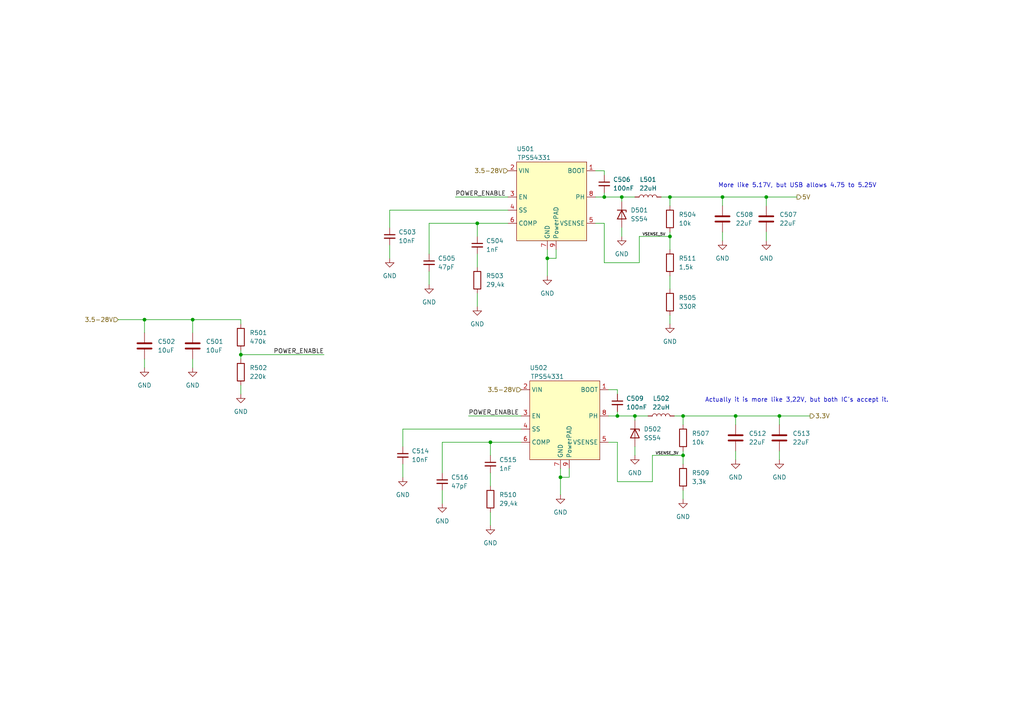
<source format=kicad_sch>
(kicad_sch (version 20230121) (generator eeschema)
  (paper "A4")
  (title_block (title "Switchable USB Hub") (date "${date}") (rev "${version}") (company "Fabian Pflug"))
  (lib_symbols
    (symbol "Device:C" (pin_numbers hide) (pin_names (offset 0.254))
      (property "Reference" "C" (at 0.635 2.54 0))
      (property "Value" "C" (at 0.635 -2.54 0))
      (symbol "C_0_1"
        (polyline (pts (xy -2.032 -0.762) (xy 2.032 -0.762)) (stroke (width 0.508)))
        (polyline (pts (xy -2.032 0.762) (xy 2.032 0.762)) (stroke (width 0.508)))
      )
      (symbol "C_1_1"
        (pin passive line (at 0 3.81 270) (length 2.794) (name "~") (number "1"))
        (pin passive line (at 0 -3.81 90) (length 2.794) (name "~") (number "2"))
      )
    )
    (symbol "Device:C_Small" (pin_numbers hide) (pin_names (offset 0.254) hide)
      (property "Reference" "C" (at 0.254 1.778 0))
      (property "Value" "C_Small" (at 0.254 -2.032 0))
      (symbol "C_Small_0_1"
        (polyline (pts (xy -1.524 -0.508) (xy 1.524 -0.508)) (stroke (width 0.3302)))
        (polyline (pts (xy -1.524 0.508) (xy 1.524 0.508)) (stroke (width 0.3048)))
      )
      (symbol "C_Small_1_1"
        (pin passive line (at 0 2.54 270) (length 2.032) (name "~") (number "1"))
        (pin passive line (at 0 -2.54 90) (length 2.032) (name "~") (number "2"))
      )
    )
    (symbol "Device:D_Zener" (pin_numbers hide) (pin_names (offset 1.016) hide)
      (property "Reference" "D" (at 0 2.54 0))
      (property "Value" "D_Zener" (at 0 -2.54 0))
      (symbol "D_Zener_0_1"
        (polyline (pts (xy 1.27 0) (xy -1.27 0)))
        (polyline (pts (xy -1.27 -1.27) (xy -1.27 1.27) (xy -0.762 1.27)) (stroke (width 0.254)))
        (polyline (pts (xy 1.27 -1.27) (xy 1.27 1.27) (xy -1.27 0) (xy 1.27 -1.27)) (stroke (width 0.254)))
      )
      (symbol "D_Zener_1_1"
        (pin passive line (at -3.81 0 0) (length 2.54) (name "K") (number "1"))
        (pin passive line (at 3.81 0 180) (length 2.54) (name "A") (number "2"))
      )
    )
    (symbol "Device:L" (pin_numbers hide) (pin_names (offset 1.016) hide)
      (property "Reference" "L" (at -1.27 0 90))
      (property "Value" "L" (at 1.905 0 90))
      (symbol "L_0_1"
        (arc (start 0 -2.54) (mid 0.6323 -1.905) (end 0 -1.27))
        (arc (start 0 -1.27) (mid 0.6323 -0.635) (end 0 0))
        (arc (start 0 0) (mid 0.6323 0.635) (end 0 1.27))
        (arc (start 0 1.27) (mid 0.6323 1.905) (end 0 2.54))
      )
      (symbol "L_1_1"
        (pin passive line (at 0 3.81 270) (length 1.27) (name "1") (number "1"))
        (pin passive line (at 0 -3.81 90) (length 1.27) (name "2") (number "2"))
      )
    )
    (symbol "Device:R" (pin_numbers hide) (pin_names (offset 0))
      (property "Reference" "R" (at 2.032 0 90))
      (property "Value" "R" (at 0 0 90))
      (symbol "R_0_1"
        (rectangle (start -1.016 -2.54) (end 1.016 2.54) (stroke (width 0.254)))
      )
      (symbol "R_1_1"
        (pin passive line (at 0 3.81 270) (length 1.27) (name "~") (number "1"))
        (pin passive line (at 0 -3.81 90) (length 1.27) (name "~") (number "2"))
      )
    )
    (symbol "fabian_power:TPS54331DR"
      (property "Reference" "U" (at -10.16 15.24 0))
      (property "Value" "TPS54331" (at -10.16 12.7 0))
      (symbol "TPS54331DR_1_1"
        (rectangle (start -10.16 11.43) (end 10.16 -11.43) (fill (type background)))
        (pin output line (at 12.7 8.89 180) (length 2.54) (name "BOOT") (number "1"))
        (pin power_in line (at -12.7 8.89 0) (length 2.54) (name "VIN") (number "2"))
        (pin input line (at -12.7 1.27 0) (length 2.54) (name "EN") (number "3"))
        (pin input line (at -12.7 -2.54 0) (length 2.54) (name "SS") (number "4"))
        (pin input line (at 12.7 -6.35 180) (length 2.54) (name "VSENSE") (number "5"))
        (pin output line (at -12.7 -6.35 0) (length 2.54) (name "COMP") (number "6"))
        (pin power_in line (at -1.27 -13.97 90) (length 2.54) (name "GND") (number "7"))
        (pin power_out line (at 12.7 1.27 180) (length 2.54) (name "PH") (number "8"))
        (pin power_in line (at 1.27 -13.97 90) (length 2.54) (name "PowerPAD") (number "9"))
      )
    )
    (symbol "power:GND" (power) (pin_names (offset 0))
      (property "Value" "GND" (at 0 -3.81 0))
      (symbol "GND_0_1"
        (polyline (pts (xy 0 0) (xy 0 -1.27) (xy 1.27 -1.27) (xy 0 -2.54) (xy -1.27 -1.27) (xy 0 -1.27)))
      )
      (symbol "GND_1_1"
        (pin power_in line (at 0 0 270) (length 0) hide (name "GND") (number "1"))
      )
    )
  )
  (junction (at 198.12 120.65))
  (junction (at 222.25 57.15))
  (junction (at 158.75 74.93))
  (junction (at 55.88 92.71))
  (junction (at 162.56 138.43))
  (junction (at 179.07 120.65))
  (junction (at 194.31 68.58))
  (junction (at 194.31 57.15))
  (junction (at 69.85 102.87))
  (junction (at 184.15 120.65))
  (junction (at 41.91 92.71))
  (junction (at 180.34 57.15))
  (junction (at 213.36 120.65))
  (junction (at 142.24 128.27))
  (junction (at 138.43 64.77))
  (junction (at 198.12 132.08))
  (junction (at 226.06 120.65))
  (junction (at 209.55 57.15))
  (junction (at 175.26 57.15))
  (wire (pts (xy 172.72 57.15) (xy 175.26 57.15)))
  (wire (pts (xy 34.29 92.71) (xy 41.91 92.71)))
  (wire (pts (xy 184.15 121.92) (xy 184.15 120.65)))
  (wire (pts (xy 209.55 57.15) (xy 209.55 59.69)))
  (wire (pts (xy 138.43 85.09) (xy 138.43 88.9)))
  (wire (pts (xy 142.24 148.59) (xy 142.24 152.4)))
  (wire (pts (xy 165.1 138.43) (xy 162.56 138.43)))
  (wire (pts (xy 179.07 114.3) (xy 179.07 113.03)))
  (wire (pts (xy 142.24 137.16) (xy 142.24 140.97)))
  (wire (pts (xy 124.46 78.74) (xy 124.46 82.55)))
  (wire (pts (xy 138.43 64.77) (xy 138.43 68.58)))
  (wire (pts (xy 69.85 111.76) (xy 69.85 114.3)))
  (wire (pts (xy 198.12 120.65) (xy 213.36 120.65)))
  (wire (pts (xy 135.89 120.65) (xy 151.13 120.65)))
  (wire (pts (xy 179.07 139.7) (xy 189.23 139.7)))
  (wire (pts (xy 209.55 69.85) (xy 209.55 67.31)))
  (wire (pts (xy 209.55 57.15) (xy 222.25 57.15)))
  (wire (pts (xy 41.91 96.52) (xy 41.91 92.71)))
  (wire (pts (xy 189.23 139.7) (xy 189.23 132.08)))
  (wire (pts (xy 185.42 68.58) (xy 194.31 68.58)))
  (wire (pts (xy 180.34 66.04) (xy 180.34 68.58)))
  (wire (pts (xy 142.24 128.27) (xy 142.24 132.08)))
  (wire (pts (xy 113.03 60.96) (xy 113.03 66.04)))
  (wire (pts (xy 128.27 142.24) (xy 128.27 146.05)))
  (wire (pts (xy 175.26 50.8) (xy 175.26 49.53)))
  (wire (pts (xy 161.29 72.39) (xy 161.29 74.93)))
  (wire (pts (xy 194.31 80.01) (xy 194.31 83.82)))
  (wire (pts (xy 179.07 120.65) (xy 184.15 120.65)))
  (wire (pts (xy 113.03 71.12) (xy 113.03 74.93)))
  (wire (pts (xy 184.15 129.54) (xy 184.15 132.08)))
  (wire (pts (xy 194.31 57.15) (xy 209.55 57.15)))
  (wire (pts (xy 158.75 72.39) (xy 158.75 74.93)))
  (wire (pts (xy 194.31 68.58) (xy 194.31 72.39)))
  (wire (pts (xy 138.43 73.66) (xy 138.43 77.47)))
  (wire (pts (xy 226.06 123.19) (xy 226.06 120.65)))
  (wire (pts (xy 161.29 74.93) (xy 158.75 74.93)))
  (wire (pts (xy 222.25 69.85) (xy 222.25 67.31)))
  (wire (pts (xy 213.36 120.65) (xy 226.06 120.65)))
  (wire (pts (xy 195.58 120.65) (xy 198.12 120.65)))
  (wire (pts (xy 198.12 132.08) (xy 198.12 130.81)))
  (wire (pts (xy 55.88 92.71) (xy 69.85 92.71)))
  (wire (pts (xy 55.88 104.14) (xy 55.88 106.68)))
  (wire (pts (xy 213.36 133.35) (xy 213.36 130.81)))
  (wire (pts (xy 222.25 57.15) (xy 231.14 57.15)))
  (wire (pts (xy 151.13 128.27) (xy 142.24 128.27)))
  (wire (pts (xy 147.32 64.77) (xy 138.43 64.77)))
  (wire (pts (xy 198.12 132.08) (xy 198.12 134.62)))
  (wire (pts (xy 69.85 102.87) (xy 93.98 102.87)))
  (wire (pts (xy 162.56 135.89) (xy 162.56 138.43)))
  (wire (pts (xy 213.36 120.65) (xy 213.36 123.19)))
  (wire (pts (xy 226.06 133.35) (xy 226.06 130.81)))
  (wire (pts (xy 116.84 124.46) (xy 116.84 129.54)))
  (wire (pts (xy 132.08 57.15) (xy 147.32 57.15)))
  (wire (pts (xy 175.26 76.2) (xy 185.42 76.2)))
  (wire (pts (xy 69.85 92.71) (xy 69.85 93.98)))
  (wire (pts (xy 179.07 128.27) (xy 179.07 139.7)))
  (wire (pts (xy 191.77 57.15) (xy 194.31 57.15)))
  (wire (pts (xy 180.34 58.42) (xy 180.34 57.15)))
  (wire (pts (xy 194.31 91.44) (xy 194.31 93.98)))
  (wire (pts (xy 222.25 59.69) (xy 222.25 57.15)))
  (wire (pts (xy 175.26 57.15) (xy 180.34 57.15)))
  (wire (pts (xy 158.75 74.93) (xy 158.75 80.01)))
  (wire (pts (xy 128.27 137.16) (xy 128.27 128.27)))
  (wire (pts (xy 165.1 135.89) (xy 165.1 138.43)))
  (wire (pts (xy 179.07 120.65) (xy 179.07 119.38)))
  (wire (pts (xy 198.12 142.24) (xy 198.12 144.78)))
  (wire (pts (xy 180.34 57.15) (xy 184.15 57.15)))
  (wire (pts (xy 41.91 92.71) (xy 55.88 92.71)))
  (wire (pts (xy 151.13 124.46) (xy 116.84 124.46)))
  (wire (pts (xy 175.26 57.15) (xy 175.26 55.88)))
  (wire (pts (xy 55.88 92.71) (xy 55.88 96.52)))
  (wire (pts (xy 198.12 120.65) (xy 198.12 123.19)))
  (wire (pts (xy 175.26 49.53) (xy 172.72 49.53)))
  (wire (pts (xy 179.07 113.03) (xy 176.53 113.03)))
  (wire (pts (xy 41.91 104.14) (xy 41.91 106.68)))
  (wire (pts (xy 185.42 76.2) (xy 185.42 68.58)))
  (wire (pts (xy 69.85 102.87) (xy 69.85 104.14)))
  (wire (pts (xy 175.26 64.77) (xy 175.26 76.2)))
  (wire (pts (xy 69.85 101.6) (xy 69.85 102.87)))
  (wire (pts (xy 176.53 120.65) (xy 179.07 120.65)))
  (wire (pts (xy 124.46 64.77) (xy 138.43 64.77)))
  (wire (pts (xy 124.46 73.66) (xy 124.46 64.77)))
  (wire (pts (xy 194.31 57.15) (xy 194.31 59.69)))
  (wire (pts (xy 128.27 128.27) (xy 142.24 128.27)))
  (wire (pts (xy 184.15 120.65) (xy 187.96 120.65)))
  (wire (pts (xy 116.84 134.62) (xy 116.84 138.43)))
  (wire (pts (xy 194.31 68.58) (xy 194.31 67.31)))
  (wire (pts (xy 162.56 138.43) (xy 162.56 143.51)))
  (wire (pts (xy 176.53 128.27) (xy 179.07 128.27)))
  (wire (pts (xy 226.06 120.65) (xy 234.95 120.65)))
  (wire (pts (xy 189.23 132.08) (xy 198.12 132.08)))
  (wire (pts (xy 172.72 64.77) (xy 175.26 64.77)))
  (wire (pts (xy 147.32 60.96) (xy 113.03 60.96)))
  (text "Actually it is more like 3,22V, but both IC's accept it." (at 204.47 116.84 0) (effects (font (size 1.27 1.27)) (justify left bottom)))
  (text "More like 5.17V, but USB allows 4.75 to 5.25V" (at 208.28 54.61 0) (effects (font (size 1.27 1.27)) (justify left bottom)))
  (label "VSENSE_5V" (at 193.04 68.58 180) (effects (font (size 0.8 0.8))))
  (label "POWER_ENABLE" (at 135.89 120.65 0))
  (label "POWER_ENABLE" (at 132.08 57.15 0))
  (label "POWER_ENABLE" (at 93.98 102.87 180))
  (label "VSENSE_3V" (at 196.85 132.08 180) (effects (font (size 0.8 0.8))))
  (hierarchical_label "5V" (shape output) (at 231.14 57.15 0))
  (hierarchical_label "3.3V" (shape output) (at 234.95 120.65 0))
  (hierarchical_label "3.5-28V" (shape input) (at 151.13 113.03 180))
  (hierarchical_label "3.5-28V" (shape input) (at 34.29 92.71 180))
  (hierarchical_label "3.5-28V" (shape input) (at 147.32 49.53 180))
  (symbol (lib_id "Device:R") (at 69.85 97.79 0) (unit 1)
    (property "Reference" "R501" (at 72.39 96.52 0) (effects (justify left)))
    (property "Value" "470k" (at 72.39 99.06 0) (effects (justify left)))
    (property "Footprint" "Resistor_SMD:R_0402_1005Metric" (effects hide))
    (property "LCSC#" "C25790" (effects hide))
    (property "MPN" "470k" (effects hide))
  )
  (symbol (lib_id "power:GND") (at 222.25 69.85 0) (unit 1)
    (property "Reference" "#PWR0504" (effects hide))
    (property "Value" "GND" (at 222.25 74.93 0))
  )
  (symbol (lib_id "Device:C_Small") (at 138.43 71.12 0) (unit 1)
    (property "Reference" "C504" (at 140.97 69.8563 0) (effects (justify left)))
    (property "Value" "1nF" (at 140.97 72.3963 0) (effects (justify left)))
    (property "Footprint" "Resistor_SMD:R_0402_1005Metric" (effects hide))
  )
  (symbol (lib_id "Device:R") (at 69.85 107.95 0) (unit 1)
    (property "Reference" "R502" (at 72.39 106.68 0) (effects (justify left)))
    (property "Value" "220k" (at 72.39 109.22 0) (effects (justify left)))
    (property "Footprint" "Resistor_SMD:R_0402_1005Metric" (effects hide))
    (property "LCSC#" "C25767" (effects hide))
  )
  (symbol (lib_id "power:GND") (at 194.31 93.98 0) (unit 1)
    (property "Reference" "#PWR0503" (effects hide))
    (property "Value" "GND" (at 194.31 99.06 0))
  )
  (symbol (lib_id "Device:C_Small") (at 128.27 139.7 0) (unit 1)
    (property "Reference" "C516" (at 130.81 138.4363 0) (effects (justify left)))
    (property "Value" "47pF" (at 130.81 140.9763 0) (effects (justify left)))
    (property "Footprint" "Resistor_SMD:R_0402_1005Metric" (effects hide))
  )
  (symbol (lib_id "Device:C_Small") (at 116.84 132.08 0) (unit 1)
    (property "Reference" "C514" (at 119.38 130.8163 0) (effects (justify left)))
    (property "Value" "10nF" (at 119.38 133.3563 0) (effects (justify left)))
    (property "Footprint" "Resistor_SMD:R_0402_1005Metric" (effects hide))
  )
  (symbol (lib_id "Device:C") (at 222.25 63.5 0) (unit 1)
    (property "Reference" "C507" (at 226.06 62.23 0) (effects (justify left)))
    (property "Value" "22uF" (at 226.06 64.77 0) (effects (justify left)))
    (property "Footprint" "Capacitor_SMD:C_0603_1608Metric" (effects hide))
    (property "LCSC#" "C59461" (effects hide))
    (property "MPN" "6.3V 22uF" (effects hide))
  )
  (symbol (lib_id "power:GND") (at 113.03 74.93 0) (unit 1)
    (property "Reference" "#PWR0509" (effects hide))
    (property "Value" "GND" (at 113.03 80.01 0))
  )
  (symbol (lib_id "Device:C_Small") (at 142.24 134.62 0) (unit 1)
    (property "Reference" "C515" (at 144.78 133.3563 0) (effects (justify left)))
    (property "Value" "1nF" (at 144.78 135.8963 0) (effects (justify left)))
    (property "Footprint" "Resistor_SMD:R_0402_1005Metric" (effects hide))
  )
  (symbol (lib_id "power:GND") (at 55.88 106.68 0) (unit 1)
    (property "Reference" "#PWR0506" (effects hide))
    (property "Value" "GND" (at 55.88 111.76 0))
  )
  (symbol (lib_id "Device:L") (at 191.77 120.65 90) (unit 1)
    (property "Reference" "L502" (at 191.77 115.57 90))
    (property "Value" "22uH" (at 191.77 118.11 90))
    (property "Footprint" "Inductors:YSPI0630A" (effects hide))
    (property "LCSC#" "C497873" (effects hide))
    (property "MPN" "3A 22uH" (effects hide))
  )
  (symbol (lib_id "power:GND") (at 138.43 88.9 0) (unit 1)
    (property "Reference" "#PWR0507" (effects hide))
    (property "Value" "GND" (at 138.43 93.98 0))
  )
  (symbol (lib_id "Device:D_Zener") (at 184.15 125.73 270) (unit 1)
    (property "Reference" "D502" (at 186.69 124.46 90) (effects (justify left)))
    (property "Value" "SS54" (at 186.69 127 90) (effects (justify left)))
    (property "Footprint" "Diode_SMD:D_SMA" (effects hide))
    (property "LCSC#" "C22452" (effects hide))
  )
  (symbol (lib_id "Device:C_Small") (at 175.26 53.34 0) (unit 1)
    (property "Reference" "C506" (at 177.8 52.0763 0) (effects (justify left)))
    (property "Value" "100nF" (at 177.8 54.6163 0) (effects (justify left)))
    (property "Footprint" "Resistor_SMD:R_0402_1005Metric" (effects hide))
  )
  (symbol (lib_id "Device:R") (at 194.31 63.5 0) (unit 1)
    (property "Reference" "R504" (at 196.85 62.23 0) (effects (justify left)))
    (property "Value" "10k" (at 196.85 64.77 0) (effects (justify left)))
    (property "Footprint" "Resistor_SMD:R_0402_1005Metric" (effects hide))
    (property "LCSC#" "C25744" (effects hide))
    (property "MPN" "10k" (effects hide))
  )
  (symbol (lib_id "power:GND") (at 124.46 82.55 0) (unit 1)
    (property "Reference" "#PWR0508" (effects hide))
    (property "Value" "GND" (at 124.46 87.63 0))
  )
  (symbol (lib_id "power:GND") (at 209.55 69.85 0) (unit 1)
    (property "Reference" "#PWR0511" (effects hide))
    (property "Value" "GND" (at 209.55 74.93 0))
  )
  (symbol (lib_id "power:GND") (at 41.91 106.68 0) (unit 1)
    (property "Reference" "#PWR0505" (effects hide))
    (property "Value" "GND" (at 41.91 111.76 0))
  )
  (symbol (lib_id "power:GND") (at 184.15 132.08 0) (unit 1)
    (property "Reference" "#PWR0514" (effects hide))
    (property "Value" "GND" (at 184.15 137.16 0))
  )
  (symbol (lib_id "Device:L") (at 187.96 57.15 90) (unit 1)
    (property "Reference" "L501" (at 187.96 52.07 90))
    (property "Value" "22uH" (at 187.96 54.61 90))
    (property "Footprint" "Inductors:YSPI0630A" (effects hide))
    (property "LCSC#" "C497873" (effects hide))
    (property "MPN" "3A 22uH" (effects hide))
  )
  (symbol (lib_id "Device:C_Small") (at 179.07 116.84 0) (unit 1)
    (property "Reference" "C509" (at 181.61 115.5763 0) (effects (justify left)))
    (property "Value" "100nF" (at 181.61 118.1163 0) (effects (justify left)))
    (property "Footprint" "Resistor_SMD:R_0402_1005Metric" (effects hide))
  )
  (symbol (lib_id "Device:C_Small") (at 113.03 68.58 0) (unit 1)
    (property "Reference" "C503" (at 115.57 67.3163 0) (effects (justify left)))
    (property "Value" "10nF" (at 115.57 69.8563 0) (effects (justify left)))
    (property "Footprint" "Resistor_SMD:R_0402_1005Metric" (effects hide))
  )
  (symbol (lib_id "power:GND") (at 162.56 143.51 0) (unit 1)
    (property "Reference" "#PWR0519" (effects hide))
    (property "Value" "GND" (at 162.56 148.59 0))
  )
  (symbol (lib_id "power:GND") (at 158.75 80.01 0) (unit 1)
    (property "Reference" "#PWR0501" (effects hide))
    (property "Value" "GND" (at 158.75 85.09 0))
  )
  (symbol (lib_id "Device:R") (at 142.24 144.78 0) (unit 1)
    (property "Reference" "R510" (at 144.78 143.51 0) (effects (justify left)))
    (property "Value" "29,4k" (at 144.78 146.05 0) (effects (justify left)))
    (property "Footprint" "Resistor_SMD:R_0402_1005Metric" (effects hide))
  )
  (symbol (lib_id "power:GND") (at 116.84 138.43 0) (unit 1)
    (property "Reference" "#PWR0518" (effects hide))
    (property "Value" "GND" (at 116.84 143.51 0))
  )
  (symbol (lib_id "Device:D_Zener") (at 180.34 62.23 270) (unit 1)
    (property "Reference" "D501" (at 182.88 60.96 90) (effects (justify left)))
    (property "Value" "SS54" (at 182.88 63.5 90) (effects (justify left)))
    (property "Footprint" "Diode_SMD:D_SMA" (effects hide))
    (property "LCSC#" "C22452" (effects hide))
  )
  (symbol (lib_id "fabian_power:TPS54331DR") (at 160.02 58.42 0) (unit 1)
    (property "Reference" "U501" (at 152.4 43.18 0))
    (property "Value" "TPS54331" (at 154.94 45.72 0))
    (property "Footprint" "Package_SO:SOIC-8-1EP_3.9x4.9mm_P1.27mm_EP2.29x3mm_ThermalVias" (effects hide))
    (property "Datasheet" "https://www.ti.com/lit/ds/symlink/tps54331.pdf" (effects hide))
    (property "MPN" "TPS54331" (effects hide))
    (property "LCSC#" "C9865" (effects hide))
  )
  (symbol (lib_id "Device:R") (at 198.12 138.43 0) (unit 1)
    (property "Reference" "R509" (at 200.66 137.16 0) (effects (justify left)))
    (property "Value" "3,3k" (at 200.66 139.7 0) (effects (justify left)))
    (property "Footprint" "Resistor_SMD:R_0402_1005Metric" (effects hide))
  )
  (symbol (lib_id "power:GND") (at 226.06 133.35 0) (unit 1)
    (property "Reference" "#PWR0516" (effects hide))
    (property "Value" "GND" (at 226.06 138.43 0))
  )
  (symbol (lib_id "power:GND") (at 198.12 144.78 0) (unit 1)
    (property "Reference" "#PWR0520" (effects hide))
    (property "Value" "GND" (at 198.12 149.86 0))
  )
  (symbol (lib_id "Device:C") (at 213.36 127 0) (unit 1)
    (property "Reference" "C512" (at 217.17 125.73 0) (effects (justify left)))
    (property "Value" "22uF" (at 217.17 128.27 0) (effects (justify left)))
    (property "Footprint" "Capacitor_SMD:C_0603_1608Metric" (effects hide))
    (property "LCSC#" "C59461" (effects hide))
    (property "MPN" "6.3V 22uF" (effects hide))
  )
  (symbol (lib_id "Device:R") (at 198.12 127 0) (unit 1)
    (property "Reference" "R507" (at 200.66 125.73 0) (effects (justify left)))
    (property "Value" "10k" (at 200.66 128.27 0) (effects (justify left)))
    (property "Footprint" "Resistor_SMD:R_0402_1005Metric" (effects hide))
    (property "LCSC#" "C25744" (effects hide))
    (property "MPN" "10k" (effects hide))
  )
  (symbol (lib_id "Device:R") (at 138.43 81.28 0) (unit 1)
    (property "Reference" "R503" (at 140.97 80.01 0) (effects (justify left)))
    (property "Value" "29,4k" (at 140.97 82.55 0) (effects (justify left)))
    (property "Footprint" "Resistor_SMD:R_0402_1005Metric" (effects hide))
  )
  (symbol (lib_id "power:GND") (at 213.36 133.35 0) (unit 1)
    (property "Reference" "#PWR0515" (effects hide))
    (property "Value" "GND" (at 213.36 138.43 0))
  )
  (symbol (lib_id "fabian_power:TPS54331DR") (at 163.83 121.92 0) (unit 1)
    (property "Reference" "U502" (at 156.21 106.68 0))
    (property "Value" "TPS54331" (at 158.75 109.22 0))
    (property "Footprint" "Package_SO:SOIC-8-1EP_3.9x4.9mm_P1.27mm_EP2.29x3mm_ThermalVias" (effects hide))
    (property "Datasheet" "https://www.ti.com/lit/ds/symlink/tps54331.pdf" (effects hide))
    (property "MPN" "TPS54331" (effects hide))
    (property "LCSC#" "C9865" (effects hide))
  )
  (symbol (lib_id "Device:C") (at 209.55 63.5 0) (unit 1)
    (property "Reference" "C508" (at 213.36 62.23 0) (effects (justify left)))
    (property "Value" "22uF" (at 213.36 64.77 0) (effects (justify left)))
    (property "Footprint" "Capacitor_SMD:C_0603_1608Metric" (effects hide))
    (property "LCSC#" "C59461" (effects hide))
    (property "MPN" "6.3V 22uF" (effects hide))
  )
  (symbol (lib_id "power:GND") (at 180.34 68.58 0) (unit 1)
    (property "Reference" "#PWR0502" (effects hide))
    (property "Value" "GND" (at 180.34 73.66 0))
  )
  (symbol (lib_id "power:GND") (at 69.85 114.3 0) (unit 1)
    (property "Reference" "#PWR0510" (effects hide))
    (property "Value" "GND" (at 69.85 119.38 0))
  )
  (symbol (lib_id "Device:R") (at 194.31 87.63 0) (unit 1)
    (property "Reference" "R505" (at 196.85 86.36 0) (effects (justify left)))
    (property "Value" "330R" (at 196.85 88.9 0) (effects (justify left)))
    (property "Footprint" "Resistor_SMD:R_0402_1005Metric" (effects hide))
    (property "LCSC#" "C25104" (effects hide))
    (property "MPN" "330R" (effects hide))
  )
  (symbol (lib_id "Device:C") (at 55.88 100.33 0) (unit 1)
    (property "Reference" "C501" (at 59.69 99.06 0) (effects (justify left)))
    (property "Value" "10uF" (at 59.69 101.6 0) (effects (justify left)))
    (property "Footprint" "Capacitor_SMD:C_0805_2012Metric" (effects hide))
    (property "LCSC#" "C440198" (effects hide))
    (property "MPN" "50V 10uF" (effects hide))
  )
  (symbol (lib_id "power:GND") (at 142.24 152.4 0) (unit 1)
    (property "Reference" "#PWR0522" (effects hide))
    (property "Value" "GND" (at 142.24 157.48 0))
  )
  (symbol (lib_id "Device:C") (at 41.91 100.33 0) (unit 1)
    (property "Reference" "C502" (at 45.72 99.06 0) (effects (justify left)))
    (property "Value" "10uF" (at 45.72 101.6 0) (effects (justify left)))
    (property "Footprint" "Capacitor_SMD:C_0805_2012Metric" (effects hide))
    (property "LCSC#" "C440198" (effects hide))
  )
  (symbol (lib_id "Device:C_Small") (at 124.46 76.2 0) (unit 1)
    (property "Reference" "C505" (at 127 74.9363 0) (effects (justify left)))
    (property "Value" "47pF" (at 127 77.4763 0) (effects (justify left)))
    (property "Footprint" "Resistor_SMD:R_0402_1005Metric" (effects hide))
  )
  (symbol (lib_id "Device:R") (at 194.31 76.2 0) (unit 1)
    (property "Reference" "R511" (at 196.85 74.93 0) (effects (justify left)))
    (property "Value" "1,5k" (at 196.85 77.47 0) (effects (justify left)))
    (property "Footprint" "Resistor_SMD:R_0402_1005Metric" (effects hide))
    (property "LCSC#" "C25867" (effects hide))
  )
  (symbol (lib_id "Device:C") (at 226.06 127 0) (unit 1)
    (property "Reference" "C513" (at 229.87 125.73 0) (effects (justify left)))
    (property "Value" "22uF" (at 229.87 128.27 0) (effects (justify left)))
    (property "Footprint" "Capacitor_SMD:C_0603_1608Metric" (effects hide))
    (property "LCSC#" "C59461" (effects hide))
    (property "MPN" "6.3V 22uF" (effects hide))
  )
  (symbol (lib_id "power:GND") (at 128.27 146.05 0) (unit 1)
    (property "Reference" "#PWR0521" (effects hide))
    (property "Value" "GND" (at 128.27 151.13 0))
  )
)
</source>
